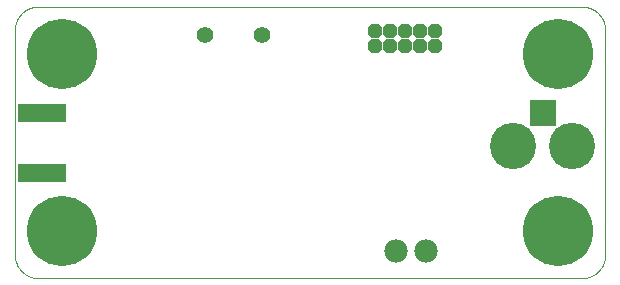
<source format=gbs>
G75*
%MOIN*%
%OFA0B0*%
%FSLAX25Y25*%
%IPPOS*%
%LPD*%
%AMOC8*
5,1,8,0,0,1.08239X$1,22.5*
%
%ADD10C,0.00000*%
%ADD11C,0.05600*%
%ADD12OC8,0.04762*%
%ADD13C,0.15424*%
%ADD14R,0.08668X0.08668*%
%ADD15R,0.16400X0.06400*%
%ADD16C,0.23400*%
%ADD17C,0.07800*%
D10*
X0010374Y0051000D02*
X0191476Y0051000D01*
X0191666Y0051002D01*
X0191856Y0051009D01*
X0192046Y0051021D01*
X0192236Y0051037D01*
X0192425Y0051057D01*
X0192614Y0051083D01*
X0192802Y0051112D01*
X0192989Y0051147D01*
X0193175Y0051186D01*
X0193360Y0051229D01*
X0193545Y0051277D01*
X0193728Y0051329D01*
X0193909Y0051385D01*
X0194089Y0051446D01*
X0194268Y0051512D01*
X0194445Y0051581D01*
X0194621Y0051655D01*
X0194794Y0051733D01*
X0194966Y0051816D01*
X0195135Y0051902D01*
X0195303Y0051992D01*
X0195468Y0052087D01*
X0195631Y0052185D01*
X0195791Y0052288D01*
X0195949Y0052394D01*
X0196104Y0052504D01*
X0196257Y0052617D01*
X0196407Y0052735D01*
X0196553Y0052856D01*
X0196697Y0052980D01*
X0196838Y0053108D01*
X0196976Y0053239D01*
X0197111Y0053374D01*
X0197242Y0053512D01*
X0197370Y0053653D01*
X0197494Y0053797D01*
X0197615Y0053943D01*
X0197733Y0054093D01*
X0197846Y0054246D01*
X0197956Y0054401D01*
X0198062Y0054559D01*
X0198165Y0054719D01*
X0198263Y0054882D01*
X0198358Y0055047D01*
X0198448Y0055215D01*
X0198534Y0055384D01*
X0198617Y0055556D01*
X0198695Y0055729D01*
X0198769Y0055905D01*
X0198838Y0056082D01*
X0198904Y0056261D01*
X0198965Y0056441D01*
X0199021Y0056622D01*
X0199073Y0056805D01*
X0199121Y0056990D01*
X0199164Y0057175D01*
X0199203Y0057361D01*
X0199238Y0057548D01*
X0199267Y0057736D01*
X0199293Y0057925D01*
X0199313Y0058114D01*
X0199329Y0058304D01*
X0199341Y0058494D01*
X0199348Y0058684D01*
X0199350Y0058874D01*
X0199350Y0133677D01*
X0199348Y0133867D01*
X0199341Y0134057D01*
X0199329Y0134247D01*
X0199313Y0134437D01*
X0199293Y0134626D01*
X0199267Y0134815D01*
X0199238Y0135003D01*
X0199203Y0135190D01*
X0199164Y0135376D01*
X0199121Y0135561D01*
X0199073Y0135746D01*
X0199021Y0135929D01*
X0198965Y0136110D01*
X0198904Y0136290D01*
X0198838Y0136469D01*
X0198769Y0136646D01*
X0198695Y0136822D01*
X0198617Y0136995D01*
X0198534Y0137167D01*
X0198448Y0137336D01*
X0198358Y0137504D01*
X0198263Y0137669D01*
X0198165Y0137832D01*
X0198062Y0137992D01*
X0197956Y0138150D01*
X0197846Y0138305D01*
X0197733Y0138458D01*
X0197615Y0138608D01*
X0197494Y0138754D01*
X0197370Y0138898D01*
X0197242Y0139039D01*
X0197111Y0139177D01*
X0196976Y0139312D01*
X0196838Y0139443D01*
X0196697Y0139571D01*
X0196553Y0139695D01*
X0196407Y0139816D01*
X0196257Y0139934D01*
X0196104Y0140047D01*
X0195949Y0140157D01*
X0195791Y0140263D01*
X0195631Y0140366D01*
X0195468Y0140464D01*
X0195303Y0140559D01*
X0195135Y0140649D01*
X0194966Y0140735D01*
X0194794Y0140818D01*
X0194621Y0140896D01*
X0194445Y0140970D01*
X0194268Y0141039D01*
X0194089Y0141105D01*
X0193909Y0141166D01*
X0193728Y0141222D01*
X0193545Y0141274D01*
X0193360Y0141322D01*
X0193175Y0141365D01*
X0192989Y0141404D01*
X0192802Y0141439D01*
X0192614Y0141468D01*
X0192425Y0141494D01*
X0192236Y0141514D01*
X0192046Y0141530D01*
X0191856Y0141542D01*
X0191666Y0141549D01*
X0191476Y0141551D01*
X0010374Y0141551D01*
X0010184Y0141549D01*
X0009994Y0141542D01*
X0009804Y0141530D01*
X0009614Y0141514D01*
X0009425Y0141494D01*
X0009236Y0141468D01*
X0009048Y0141439D01*
X0008861Y0141404D01*
X0008675Y0141365D01*
X0008490Y0141322D01*
X0008305Y0141274D01*
X0008122Y0141222D01*
X0007941Y0141166D01*
X0007761Y0141105D01*
X0007582Y0141039D01*
X0007405Y0140970D01*
X0007229Y0140896D01*
X0007056Y0140818D01*
X0006884Y0140735D01*
X0006715Y0140649D01*
X0006547Y0140559D01*
X0006382Y0140464D01*
X0006219Y0140366D01*
X0006059Y0140263D01*
X0005901Y0140157D01*
X0005746Y0140047D01*
X0005593Y0139934D01*
X0005443Y0139816D01*
X0005297Y0139695D01*
X0005153Y0139571D01*
X0005012Y0139443D01*
X0004874Y0139312D01*
X0004739Y0139177D01*
X0004608Y0139039D01*
X0004480Y0138898D01*
X0004356Y0138754D01*
X0004235Y0138608D01*
X0004117Y0138458D01*
X0004004Y0138305D01*
X0003894Y0138150D01*
X0003788Y0137992D01*
X0003685Y0137832D01*
X0003587Y0137669D01*
X0003492Y0137504D01*
X0003402Y0137336D01*
X0003316Y0137167D01*
X0003233Y0136995D01*
X0003155Y0136822D01*
X0003081Y0136646D01*
X0003012Y0136469D01*
X0002946Y0136290D01*
X0002885Y0136110D01*
X0002829Y0135929D01*
X0002777Y0135746D01*
X0002729Y0135561D01*
X0002686Y0135376D01*
X0002647Y0135190D01*
X0002612Y0135003D01*
X0002583Y0134815D01*
X0002557Y0134626D01*
X0002537Y0134437D01*
X0002521Y0134247D01*
X0002509Y0134057D01*
X0002502Y0133867D01*
X0002500Y0133677D01*
X0002500Y0058874D01*
X0002502Y0058684D01*
X0002509Y0058494D01*
X0002521Y0058304D01*
X0002537Y0058114D01*
X0002557Y0057925D01*
X0002583Y0057736D01*
X0002612Y0057548D01*
X0002647Y0057361D01*
X0002686Y0057175D01*
X0002729Y0056990D01*
X0002777Y0056805D01*
X0002829Y0056622D01*
X0002885Y0056441D01*
X0002946Y0056261D01*
X0003012Y0056082D01*
X0003081Y0055905D01*
X0003155Y0055729D01*
X0003233Y0055556D01*
X0003316Y0055384D01*
X0003402Y0055215D01*
X0003492Y0055047D01*
X0003587Y0054882D01*
X0003685Y0054719D01*
X0003788Y0054559D01*
X0003894Y0054401D01*
X0004004Y0054246D01*
X0004117Y0054093D01*
X0004235Y0053943D01*
X0004356Y0053797D01*
X0004480Y0053653D01*
X0004608Y0053512D01*
X0004739Y0053374D01*
X0004874Y0053239D01*
X0005012Y0053108D01*
X0005153Y0052980D01*
X0005297Y0052856D01*
X0005443Y0052735D01*
X0005593Y0052617D01*
X0005746Y0052504D01*
X0005901Y0052394D01*
X0006059Y0052288D01*
X0006219Y0052185D01*
X0006382Y0052087D01*
X0006547Y0051992D01*
X0006715Y0051902D01*
X0006884Y0051816D01*
X0007056Y0051733D01*
X0007229Y0051655D01*
X0007405Y0051581D01*
X0007582Y0051512D01*
X0007761Y0051446D01*
X0007941Y0051385D01*
X0008122Y0051329D01*
X0008305Y0051277D01*
X0008490Y0051229D01*
X0008675Y0051186D01*
X0008861Y0051147D01*
X0009048Y0051112D01*
X0009236Y0051083D01*
X0009425Y0051057D01*
X0009614Y0051037D01*
X0009804Y0051021D01*
X0009994Y0051009D01*
X0010184Y0051002D01*
X0010374Y0051000D01*
D11*
X0066000Y0132000D03*
X0085000Y0132000D03*
D12*
X0122500Y0133500D03*
X0127500Y0133500D03*
X0132500Y0133500D03*
X0137500Y0133500D03*
X0142500Y0133500D03*
X0142500Y0128500D03*
X0137500Y0128500D03*
X0132500Y0128500D03*
X0127500Y0128500D03*
X0122500Y0128500D03*
D13*
X0168657Y0095000D03*
X0188343Y0095000D03*
D14*
X0178500Y0106024D03*
D15*
X0011500Y0106000D03*
X0011500Y0086000D03*
D16*
X0018248Y0066748D03*
X0018248Y0125803D03*
X0183602Y0125803D03*
X0183602Y0066748D03*
D17*
X0139500Y0060000D03*
X0129500Y0060000D03*
M02*

</source>
